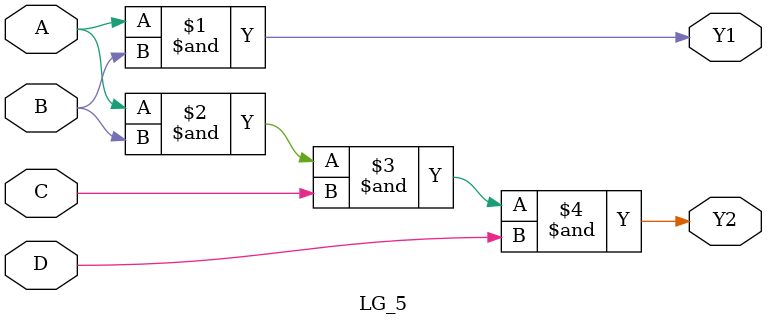
<source format=v>
module LG_5(input A,input B,input C,input D,output Y1,output Y2);
assign Y1 = A & B; //This is representative of IC7432 , IC74832 , IC741032 . All these are 2-Input OR gates
assign Y2 = A & B & C & D; // This is representative of IC74802. It is a 4-input OR gate.
endmodule

</source>
